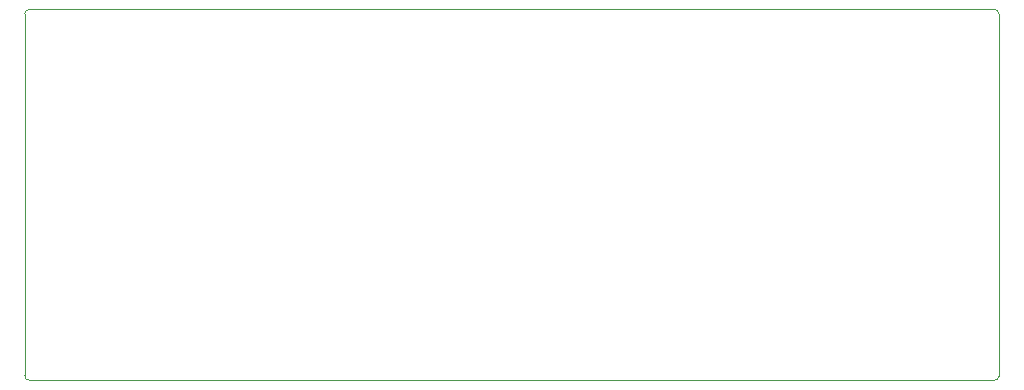
<source format=gbr>
%TF.GenerationSoftware,KiCad,Pcbnew,(5.1.10)-1*%
%TF.CreationDate,2021-08-29T21:18:51+07:00*%
%TF.ProjectId,stm32f405rgt6_Mini,73746d33-3266-4343-9035-726774365f4d,rev?*%
%TF.SameCoordinates,Original*%
%TF.FileFunction,Profile,NP*%
%FSLAX46Y46*%
G04 Gerber Fmt 4.6, Leading zero omitted, Abs format (unit mm)*
G04 Created by KiCad (PCBNEW (5.1.10)-1) date 2021-08-29 21:18:51*
%MOMM*%
%LPD*%
G01*
G04 APERTURE LIST*
%TA.AperFunction,Profile*%
%ADD10C,0.050000*%
%TD*%
G04 APERTURE END LIST*
D10*
X153507440Y-78226920D02*
G75*
G02*
X153908760Y-78628240I0J-401320D01*
G01*
X153908760Y-109326680D02*
G75*
G02*
X153507440Y-109728000I-401320J0D01*
G01*
X71734680Y-109728000D02*
G75*
G02*
X71333360Y-109326680I0J401320D01*
G01*
X71333360Y-78628240D02*
G75*
G02*
X71734680Y-78226920I401320J0D01*
G01*
X153507440Y-78226920D02*
X71734680Y-78226920D01*
X153908760Y-109326680D02*
X153908760Y-78628240D01*
X71734680Y-109728000D02*
X153507440Y-109728000D01*
X71333360Y-78628240D02*
X71333360Y-109326680D01*
M02*

</source>
